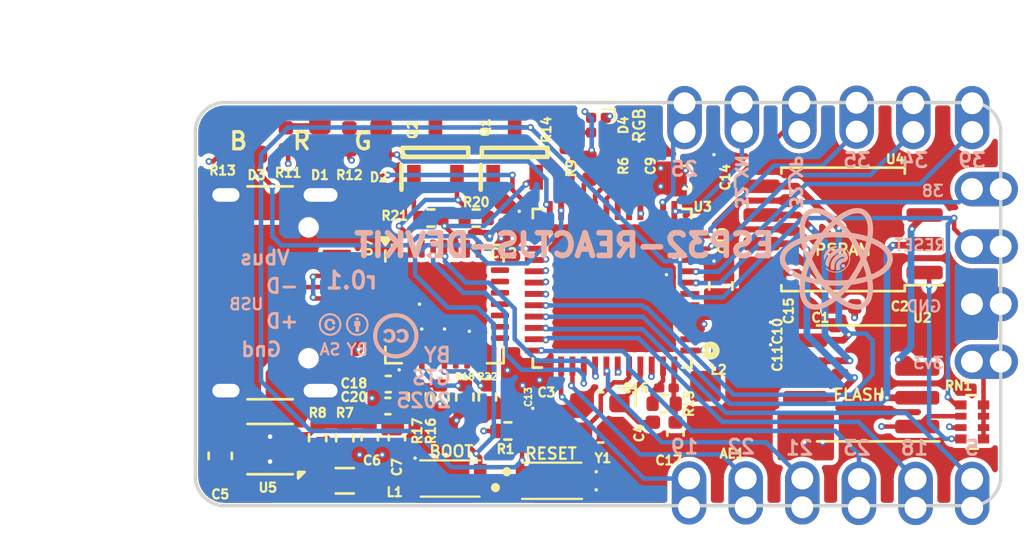
<source format=kicad_pcb>
(kicad_pcb (version 20240108) (generator "pcbnew") (generator_version "8.0")
  (title_block (title "Obsidian Boa") (date "2020-07-07") (rev "r0.1") (company "GsD") (comment 1 "Inspired by 1BitSquared iceBitsy design") (comment 3 "© 2020 Greg Davill <greg.davill@gmail.com>") (comment 4 "License: CC BY-SA 4.0"))
  (layers (0 "F.Cu" signal) (1 "In1.Cu" signal) (2 "In2.Cu" signal) (31 "B.Cu" signal) (34 "B.Paste" user) (35 "F.Paste" user) (36 "B.SilkS" user "B.Silkscreen") (37 "F.SilkS" user "F.Silkscreen") (38 "B.Mask" user) (39 "F.Mask" user) (44 "Edge.Cuts" user))
  (net 0 "")
  (net 1 "+3V3")
  (net 2 "GND")
  (net 3 "/USB_N")
  (net 4 "/USB_P")
  (net 5 "VBUS")
  (net 6 "/~{RGB0}")
  (net 7 "/~{RGB1}")
  (net 8 "/~{RGB2}")
  (net 9 "/SPI_~{HLD}-IO3")
  (net 10 "/SPI_~{WP}-IO2")
  (net 11 "/RAM_~{CS}")
  (net 12 "/~{CRESET}")
  (net 13 "Net-(AE1-A)")
  (net 14 "/U0RXD")
  (net 15 "/U0TXD")
  (net 16 "/SPI_COPI-IO0")
  (net 17 "/SPI_CIPO-IO1")
  (net 18 "Net-(D1-A)")
  (net 19 "Net-(D2-A)")
  (net 20 "Net-(D3-A)")
  (net 21 "Net-(D4-GK)")
  (net 22 "Net-(D4-BK)")
  (net 23 "/~{LEDR}")
  (net 24 "/~{LEDG}")
  (net 25 "/GPIO11-~{LEDB}")
  (net 26 "/GPIO0-BOOT")
  (net 27 "/GPIO38")
  (net 28 "/GPIO35")
  (net 29 "/GPIO39")
  (net 30 "Net-(D4-RK)")
  (net 31 "/SBU1")
  (net 32 "/SBU2")
  (net 33 "/GPIO34")
  (net 34 "Net-(U3-XTAL_N)")
  (net 35 "Net-(U3-XTAL_P)")
  (net 36 "Net-(U3-LNA_IN)")
  (net 37 "Net-(U3-CAP1)")
  (net 38 "Net-(U3-CAP2)")
  (net 39 "/RTS")
  (net 40 "Net-(Q1-B)")
  (net 41 "Net-(Q2-B)")
  (net 42 "/DTR")
  (net 43 "Net-(U7-VBUS)")
  (net 44 "Net-(U7-~{RST})")
  (net 45 "Net-(U7-~{SUSPEND})")
  (net 46 "/DSR")
  (net 48 "/CTS")
  (net 64 "Net-(U5-FB)")
  (net 65 "Net-(U5-SW)")
  (net 66 "/SPI_SCK")
  (net 67 "/SPI_~{CS}")
  (net 70 "/GPIO25")
  (net 71 "Net-(P16-Pin_1)")
  (net 72 "Net-(P17-Pin_1)")
  (net 73 "/GPIO21")
  (net 74 "/GPIO22")
  (net 75 "/GPIO19")
  (net 76 "/GPIO23")
  (net 77 "/GPIO18-DAC_2")
  (net 78 "/GPIO5")
  (footprint "CP2102:EVPBB2A9B000" (layer "F.Cu") (at 111.5 107.7 180)
    (property "Reference" "SW1" (hide yes))
    (property "Value" "TACT" (hide yes))
  )
  (footprint "pkl_pin_headers:Pin_Header_Straight_Round_1x01_Castellated" (layer "F.Cu") (at 134.29 100 90)
    (property "Reference" "P25" (hide yes))
    (property "Value" "GND" (hide yes))
  )
  (footprint "pkl_pin_headers:Pin_Header_Straight_Round_1x01_Castellated" (layer "F.Cu") (at 134.29 102.54 90)
    (property "Reference" "P28" (hide yes))
    (property "Value" "3V3" (hide yes))
  )
  (footprint "pkl_pin_headers:Pin_Header_Straight_Round_1x01_Castellated" (layer "F.Cu") (at 129.3 107.7215)
    (property "Reference" "P7" (hide yes))
    (property "Value" "7" (hide yes))
  )
  (footprint "pkl_pin_headers:Pin_Header_Straight_Round_1x01_Castellated" (layer "F.Cu") (at 129.2 92.38 180)
    (property "Reference" "P18" (hide yes))
    (property "Value" "18" (hide yes))
  )
  (footprint "pkl_pin_headers:Pin_Header_Straight_Round_1x01_Castellated" (layer "F.Cu") (at 124.13 92.38 180)
    (property "Reference" "P17" (hide yes))
    (property "Value" "17" (hide yes))
  )
  (footprint "pkl_pin_headers:Pin_Header_Straight_Round_1x01_Castellated" (layer "F.Cu") (at 121.6 92.4 180)
    (property "Reference" "P15" (hide yes))
    (property "Value" "15" (hide yes))
  )
  (footprint "pkl_pin_headers:Pin_Header_Straight_Round_1x01_Castellated" (layer "F.Cu") (at 126.8 107.7)
    (property "Reference" "P12" (hide yes))
    (property "Value" "12" (hide yes))
  )
  (footprint "pkl_pin_headers:Pin_Header_Straight_Round_1x01_Castellated" (layer "F.Cu") (at 134.3 92.4 180)
    (property "Reference" "P14" (hide yes))
    (property "Value" "14" (hide yes))
  )
  (footprint "pkl_pin_headers:Pin_Header_Straight_Round_1x01_Castellated" (layer "F.Cu") (at 131.7 92.4 180)
    (property "Reference" "P13" (hide yes))
    (property "Value" "13" (hide yes))
  )
  (footprint "pkl_pin_headers:Pin_Header_Straight_Round_1x01_Castellated" (layer "F.Cu") (at 134.3 107.7215)
    (property "Reference" "P9" (hide yes))
    (property "Value" "9" (hide yes))
  )
  (footprint "pkl_pin_headers:Pin_Header_Straight_Round_1x01_Castellated" (layer "F.Cu") (at 131.8 107.7215)
    (property "Reference" "P8" (hide yes))
    (property "Value" "8" (hide yes))
  )
  (footprint "obsidian-boa:LED_0603_1608Metric_Compact" (layer "F.Cu") (at 102.7 92.8 90)
    (property "Reference" "D3")
    (property "Value" "BLU" (hide yes))
  )
  (footprint "obsidian-boa:LED_0603_1608Metric_Compact" (layer "F.Cu") (at 105.5 92.7 90)
    (property "Reference" "D1")
    (property "Value" "RED" (hide yes))
  )
  (footprint "Capacitor_SMD:C_0402_1005Metric" (layer "F.Cu") (at 119.5 94 90)
    (property "Reference" "C9")
    (property "Value" "100n" (hide yes))
  )
  (footprint "obsidian-boa:LED_0603_1608Metric_Compact" (layer "F.Cu") (at 108.2 92.8 90)
    (property "Reference" "D2")
    (property "Value" "GRN" (hide yes))
  )
  (footprint "pkl_pin_headers:Pin_Header_Straight_Round_1x01_Castellated" (layer "F.Cu") (at 134.29 97.46 90)
    (property "Reference" "P31" (hide yes))
    (property "Value" "CRESET" (hide yes))
  )
  (footprint "pkl_pin_headers:Pin_Header_Straight_Round_1x01_Castellated" (layer "F.Cu") (at 134.29 94.92 90)
    (property "Reference" "P30" (hide yes))
    (property "Value" "CDONE" (hide yes))
  )
  (footprint "pkl_pin_headers:Pin_Header_Straight_Round_1x01_Castellated" (layer "F.Cu") (at 124.3 107.7)
    (property "Reference" "P11" (hide yes))
    (property "Value" "11" (hide yes))
  )
  (footprint "pkl_pin_headers:Pin_Header_Straight_Round_1x01_Castellated" (layer "F.Cu") (at 121.8 107.7)
    (property "Reference" "P10" (hide yes))
    (property "Value" "10" (hide yes))
  )
  (footprint "pkl_pin_headers:Pin_Header_Straight_Round_1x01_Castellated" (layer "F.Cu") (at 126.67 92.38 180)
    (property "Reference" "P16" (hide yes))
    (property "Value" "16" (hide yes))
  )
  (footprint "pkl_connectors:USB_C_Receptacle_HRO_TYPE-C-31-M-12" (layer "F.Cu") (at 102.4 99.5 -90)
    (property "Reference" "J1" (hide yes))
    (property "Value" "USB_C" (hide yes))
  )
  (footprint "Capacitor_SMD:C_0603_1608Metric" (layer "F.Cu") (at 123.2 99.2 90)
    (property "Reference" "C19")
    (property "Value" "10u" (hide yes))
  )
  (footprint "Resistor_SMD:R_0402_1005Metric" (layer "F.Cu") (at 101.2 92.8 -90)
    (property "Reference" "R13")
    (property "Value" "2k2" (hide yes))
  )
  (footprint "Resistor_SMD:R_0402_1005Metric" (layer "F.Cu") (at 104 92.7 -90)
    (property "Reference" "R11")
    (property "Value" "330E" (hide yes))
  )
  (footprint "Resistor_SMD:R_0402_1005Metric" (layer "F.Cu") (at 106.8 92.7 -90)
    (property "Reference" "R12")
    (property "Value" "330E" (hide yes))
  )
  (footprint "Resistor_SMD:R_0402_1005Metric" (layer "F.Cu") (at 111.6 105.6 180)
    (property "Reference" "R10" (hide yes))
    (property "Value" "10k" (hide yes))
  )
  (footprint "Capacitor_SMD:C_0402_1005Metric" (layer "F.Cu") (at 113.8 96.2 90)
    (property "Reference" "C12")
    (property "Value" "100n" (hide yes))
  )
  (footprint "LED_SMD:LED_Lumex_SML-LX0303SIUPGUSB" (layer "F.Cu") (at 117.8 92.1 -90)
    (property "Reference" "D4")
    (property "Value" "FM-B2020RGBA-HG" (hide yes))
  )
  (footprint "Package_DFN_QFN:QFN-28-1EP_5x5mm_P0.5mm_EP3.35x3.35mm" (layer "F.Cu") (at 111 100)
    (property "Reference" "U7")
    (property "Value" "CP2102N-Axx-xQFN28")
  )
  (footprint "Resistor_SMD:R_0402_1005Metric" (layer "F.Cu") (at 113.8 105.6 180)
    (property "Reference" "R1")
    (property "Value" "10k")
  )
  (footprint "Package_SON:WSON-6-1EP_2x2mm_P0.65mm_EP1x1.6mm_ThermalVias" (layer "F.Cu") (at 103.3 106.4 180)
    (property "Reference" "U5")
    (property "Value" "TPS62290")
  )
  (footprint "Capacitor_SMD:C_0402_1005Metric" (layer "F.Cu") (at 115.5 105.1 -90)
    (property "Reference" "C3")
    (property "Value" "18pF" (hide yes))
  )
  (footprint "Package_SO:SOIC-8_5.23x5.23mm_P1.27mm" (layer "F.Cu") (at 128.6 96.7 180)
    (property "Reference" "U4")
    (property "Value" "W25Q128JV" (hide yes))
  )
  (footprint "Resistor_SMD:R_0402_1005Metric" (layer "F.Cu") (at 110.8 104.1 -90)
    (property "Reference" "R16")
    (property "Value" "22.1K")
  )
  (footprint "Resistor_SMD:R_0402_1005Metric" (layer "F.Cu") (at 110.4 96.2)
    (property "Reference" "R21")
    (property "Value" "10K")
  )
  (footprint "Capacitor_SMD:C_0603_1608Metric" (layer "F.Cu") (at 121.7 94.4)
    (property "Reference" "C14")
    (property "Value" "10u" (hide yes))
  )
  (footprint "Resistor_SMD:R_Array_Convex_4x0402" (layer "F.Cu") (at 134.3 105.2)
    (property "Reference" "RN1")
    (property "Value" "10k")
  )
  (footprint "SS8050:SOT95P240X115-3N" (layer "F.Cu") (at 114.1 93.3 90)
    (property "Reference" "Q1")
    (property "Value" "SS8050-G" (hide yes))
  )
  (footprint "Inductor_SMD:L_0402_1005Metric" (layer "F.Cu") (at 123.1 101.7 -90)
    (property "Reference" "L2")
    (property "Value" "TBD" (hide yes))
  )
  (footprint "Capacitor_SMD:C_0402_1005Metric" (layer "F.Cu") (at 124.6 102.2)
    (property "Reference" "C11")
    (property "Value" "TBD" (hide yes))
  )
  (footprint "Capacitor_SMD:C_0402_1005Metric" (layer "F.Cu") (at 108.5 104.5)
    (property "Reference" "C20")
    (property "Value" "4.7uF")
  )
  (footprint "CP2102:EVPBB2A9B000" (layer "F.Cu") (at 115.5 107.8)
    (property "Reference" "SW2" (hide yes))
    (property "Value" "TACT" (hide yes))
  )
  (footprint "Resistor_SMD:R_0402_1005Metric" (layer "F.Cu") (at 116.4 92.6 90)
    (property "Reference" "R14")
    (property "Value" "2k2" (hide yes))
  )
  (footprint "Capacitor_SMD:C_0402_1005Metric" (layer "F.Cu") (at 120.2 105.7 90)
    (property "Reference" "C4")
    (property "Value" "18pF" (hide yes))
  )
  (footprint "Resistor_SMD:R_0402_1005Metric" (layer "F.Cu") (at 105.4 105.9 -90)
    (property "Reference" "R8")
    (property "Value" "100k")
  )
  (footprint "Resistor_SMD:R_0402_1005Metric" (layer "F.Cu") (at 112.9 104.1 90)
    (property "Reference" "R22")
    (property "Value" "10K")
  )
  (footprint "Capacitor_SMD:C_0402_1005Metric" (layer "F.Cu") (at 129.6 100.1)
    (property "Reference" "C2")
    (property "Value" "2.2uF" (hide yes))
  )
  (footprint "Resistor_SMD:R_0402_1005Metric" (layer "F.Cu") (at 118.3 94 90)
    (property "Reference" "R6")
    (property "Value" "2k2" (hide yes))
  )
  (footprint "Resistor_SMD:R_0402_1005Metric" (layer "F.Cu") (at 117.4 94 90)
    (property "Reference" "R9")
    (property "Value" "2k2" (hide yes))
  )
  (footprint "Capacitor_SMD:C_0402_1005Metric" (layer "F.Cu") (at 127.6 100.1 180)
    (property "Reference" "C1")
    (property "Value" "2.2uF" (hide yes))
  )
  (footprint "Capacitor_SMD:C_0402_1005Metric" (layer "F.Cu") (at 124.6 101.2)
    (property "Reference" "C10")
    (property "Value" "TBD" (hide yes))
  )
  (footprint "Crystal:Crystal_SMD_Abracon_ABM10-4Pin_2.5x2.0mm" (layer "F.Cu") (at 117.9 105 -90)
    (property "Reference" "Y1")
    (property "Value" "40MHz" (hide yes))
  )
  (footprint "Capacitor_SMD:C_0402_1005Metric" (layer "F.Cu") (at 108.52 103.53)
    (property "Reference" "C18")
    (property "Value" "0.1uF")
  )
  (footprint "Capacitor_SMD:C_0402_1005Metric" (layer "F.Cu") (at 125 100.2)
    (property "Reference" "C15")
    (property "Value" "100n" (hide yes))
  )
  (footprint "Resistor_SMD:R_0402_1005Metric" (layer "F.Cu") (at 109.8 104.1 90)
    (property "Reference" "R17")
    (property "Value" "47.5K")
  )
  (footprint "Capacitor_SMD:C_0402_1005Metric" (layer "F.Cu") (at 121.2 105.7 90)
    (property "Reference" "C17")
    (property "Value" "10nF")
  )
  (footprint "SS8050:SOT95P240X115-3N" (layer "F.Cu") (at 110.6 93.3 90)
    (property "Reference" "Q2")
    (property "Value" "SS8050-G" (hide yes))
  )
  (footprint "obsidian-boa:0479480001" (layer "F.Cu") (at 123.6 104.7 180)
    (property "Reference" "AE1")
    (property "Value" "Antenna" (hide yes))
  )
  (footprint "Capacitor_SMD:C_0402_1005Metric" (layer "F.Cu") (at 107.7 105.9 90)
    (property "Reference" "C6")
    (property "Value" "22pF")
  )
  (footprint "Inductor_SMD:L_0805_2012Metric" (layer "F.Cu") (at 106.6 107.8)
    (property "Reference" "L1")
    (property "Value" "2.2uH")
  )
  (footprint "Resistor_SMD:R_0402_1005Metric" (layer "F.Cu") (at 111.9 104.1 -90)
    (property "Reference" "R18")
    (property "Value" "2K")
  )
  (footprint "ESP32-D0WD:QFN48P700X700X90-49N" (layer "F.Cu") (at 118.4 99.3 180)
    (property "Reference" "U3")
    (property "Value" "ESP32-D0WD")
  )
  (footprint "Package_SO:SOIC-8_3.9x4.9mm_P1.27mm" (layer "F.Cu") (at 129.4 103.5 180)
    (property "Reference" "U2")
    (property "Value" "LY68L6400SLIT" (hide yes))
  )
  (footprint "Capacitor_SMD:C_0402_1005Metric" (layer "F.Cu") (at 114 104 -90)
    (property "Reference" "C13")
    (property "Value" "100n" (hide yes))
  )
  (footprint "Capacitor_SMD:C_0603_1608Metric" (layer "F.Cu") (at 101.1 106.7 -90)
    (property "Reference" "C5")
    (property "Value" "10u")
  )
  (footprint "Resistor_SMD:R_0402_1005Metric" (layer "F.Cu") (at 106.6 105.9 90)
    (property "Reference" "R7")
    (property "Value" "453k")
  )
  (footprint "Resistor_SMD:R_0402_1005Metric" (layer "F.Cu") (at 120.7 104.4 180)
    (property "Reference" "R15")
    (property "Value" "20K")
  )
  (footprint "Capacitor_SMD:C_0201_0603Metric" (layer "F.Cu") (at 120.8 103.7)
    (property "Reference" "C16")
    (property "Value" "3.3nF")
  )
  (footprint "Resistor_SMD:R_0402_1005Metric" (layer "F.Cu") (at 112.4 96.2 180)
    (property "Reference" "R20")
    (property "Value" "10K")
  )
  (footprint "Capacitor_SMD:C_0402_1005Metric" (layer "F.Cu") (at 108.9 105.9 90)
    (property "Reference" "C7")
    (property "Value" "2.2uF")
  )
  (footprint "pkl_logos:Symbol_CC_SilkScreen_2mm" (layer "B.Cu") (at 108.85 101.4 180)
    (property "Reference" "REF**" (hide yes))
    (property "Value" "Symbol_CC_SilkScreen_2mm" (hide yes))
  )
  (footprint "pkl_logos:Symbol_CC-SA_SilkScreen_1mm" (layer "B.Cu") (at 105.95 100.9 180)
    (property "Reference" "REF**" (hide yes))
    (property "Value" "Symbol_CC-SA_SilkScreen_1mm" (hide yes))
  )
  (footprint "pkl_logos:Symbol_CC-BY_SilkScreen_1mm" (layer "B.Cu") (at 107.15 100.9 180)
    (property "Reference" "REF**" (hide yes))
    (property "Value" "Symbol_CC-BY_SilkScreen_1mm" (hide yes))
  )
  (footprint "ESP32-D0WD:Logo" (layer "B.Cu") (at 128.3 98 180)
    (property "Reference" "G***" (hide yes))
    (property "Value" "LOGO" (hide yes))
  )
  (gr_line (start 101.3 91.1) (end 134.26 91.1) (stroke (width 0.15)) (layer "Edge.Cuts"))
  (gr_line (start 135.56 92.4) (end 135.56 107.6) (stroke (width 0.15)) (layer "Edge.Cuts"))
  (gr_line (start 100 107.6) (end 100 92.4) (stroke (width 0.15)) (layer "Edge.Cuts"))
  (gr_line (start 134.26 108.9) (end 101.3 108.9) (stroke (width 0.15)) (layer "Edge.Cuts"))
  (gr_arc (start 135.56 107.6) (mid 135.179239 108.519239) (end 134.26 108.9) (stroke (width 0.15)) (layer "Edge.Cuts"))
  (gr_arc (start 100 92.4) (mid 100.380761 91.480761) (end 101.3 91.1) (stroke (width 0.15)) (layer "Edge.Cuts"))
  (gr_arc (start 101.3 108.9) (mid 100.380761 108.519239) (end 100 107.6) (stroke (width 0.15)) (layer "Edge.Cuts"))
  (gr_arc (start 134.26 91.1) (mid 135.179239 91.480761) (end 135.56 92.4) (stroke (width 0.15)) (layer "Edge.Cuts"))
  (gr_text "SA" (at 105.95 102 0) (layer "B.SilkS") (effects (font (size 0.5 0.5) (thickness 0.1)) (justify mirror)))
  (gr_text "3v3" (at 133.1 102.6 0) (layer "B.SilkS") (effects (font (size 0.5 0.5) (thickness 0.1)) (justify left mirror)))
  (gr_text "RESET" (at 133.2 97.4 0) (layer "B.SilkS") (effects (font (size 0.5 0.5) (thickness 0.1)) (justify left mirror)))
  (gr_text "GND" (at 133 100.1 0) (layer "B.SilkS") (effects (font (size 0.5 0.5) (thickness 0.1)) (justify left mirror)))
  (gr_text "USB" (at 102.25 100 0) (layer "B.SilkS") (effects (font (size 0.5 0.5) (thickness 0.1)) (justify mirror)))
  (gr_text "BY\nGTS\n2025" (at 111.35 103.25 0) (layer "B.SilkS") (effects (font (size 0.625 0.625) (thickness 0.125)) (justify left mirror)))
  (gr_text "Vbus" (at 101.9 97.95 0) (layer "B.SilkS") (effects (font (size 0.625 0.625) (thickness 0.125)) (justify right mirror)))
  (gr_text "39" (at 134.29 93.65 0) (layer "B.SilkS") (effects (font (size 0.625 0.625) (thickness 0.125)) (justify mirror)))
  (gr_text "34" (at 131.75 93.65 0) (layer "B.SilkS") (effects (font (size 0.625 0.625) (thickness 0.125)) (justify mirror)))
  (gr_text "Gnd" (at 101.95 102 0) (layer "B.SilkS") (effects (font (size 0.625 0.625) (thickness 0.125)) (justify right mirror)))
  (gr_text "35" (at 129.21 93.65 0) (layer "B.SilkS") (effects (font (size 0.625 0.625) (thickness 0.125)) (justify mirror)))
  (gr_text "38" (at 133.1 95 0) (layer "B.SilkS") (effects (font (size 0.5 0.5) (thickness 0.1)) (justify left mirror)))
  (gr_text "-D" (at 103.05 99.2 0) (layer "B.SilkS") (effects (font (size 0.625 0.625) (thickness 0.125)) (justify right mirror)))
  (gr_text "32_XP" (at 126.5 94.6 270) (layer "B.SilkS") (effects (font (size 0.5 0.5) (thickness 0.125)) (justify mirror)))
  (gr_text "18" (at 131.75 106.35 0) (layer "B.SilkS") (effects (font (size 0.625 0.625) (thickness 0.125)) (justify mirror)))
  (gr_text "21" (at 126.67 106.35 0) (layer "B.SilkS") (effects (font (size 0.625 0.625) (thickness 0.125)) (justify mirror)))
  (gr_text "+D" (at 103.05 100.75 0) (layer "B.SilkS") (effects (font (size 0.625 0.625) (thickness 0.125)) (justify right mirror)))
  (gr_text "5" (at 134.29 106.35 0) (layer "B.SilkS") (effects (font (size 0.625 0.625) (thickness 0.125)) (justify mirror)))
  (gr_text "25" (at 121.59 94.031 0) (layer "B.SilkS") (effects (font (size 0.625 0.625) (thickness 0.125)) (justify mirror)))
  (gr_text "23" (at 129.21 106.35 0) (layer "B.SilkS") (effects (font (size 0.625 0.625) (thickness 0.125)) (justify mirror)))
  (gr_text "32_XN" (at 124.1 94.6 270) (layer "B.SilkS") (effects (font (size 0.5 0.5) (thickness 0.125)) (justify mirror)))
  (gr_text "ESP32-REACTJS-DEVKIT" (at 116.3 97.4 0) (layer "B.SilkS") (effects (font (size 1 1) (thickness 0.25)) (justify mirror)))
  (gr_text "r0.1" (at 106.9 98.95 0) (layer "B.SilkS") (effects (font (size 0.75 0.75)) (justify mirror)))
  (gr_text "BY" (at 107.15 102 0) (layer "B.SilkS") (effects (font (size 0.5 0.5) (thickness 0.1)) (justify mirror)))
  (gr_text "19" (at 121.6 106.3 0) (layer "B.SilkS") (effects (font (size 0.625 0.625) (thickness 0.125)) (justify mirror)))
  (gr_text "22" (at 124.1 106.3 0) (layer "B.SilkS") (effects (font (size 0.625 0.625) (thickness 0.125)) (justify mirror)))
  (gr_text "G" (at 107.4 92.8 0) (layer "F.SilkS") (effects (font (size 0.75 0.75))))
  (gr_text "R" (at 104.7 92.8 0) (layer "F.SilkS") (effects (font (size 0.75 0.75))))
  (gr_text "RGB" (at 119.6 92.1 90) (layer "F.SilkS") (effects (font (size 0.5 0.5) (thickness 0.1))))
  (gr_text "PSRAM" (at 128.6 97.6 0) (layer "F.SilkS") (effects (font (size 0.5 0.5) (thickness 0.1))))
  (gr_text "FLASH" (at 129.3 104 0) (layer "F.SilkS") (effects (font (size 0.5 0.5) (thickness 0.1))))
  (gr_text "BOOT" (at 111.3 106.5 0) (layer "F.SilkS") (effects (font (size 0.5 0.5) (thickness 0.1))))
  (gr_text "RESET" (at 115.7 106.6 0) (layer "F.SilkS") (effects (font (size 0.5 0.5) (thickness 0.1))))
  (gr_text "B" (at 101.9 92.8 0) (layer "F.SilkS") (effects (font (size 0.75 0.75))))
  (segment (start 134.8 102.665) (end 134.8 105.85) (width 0.2) (layer "F.Cu") (net 1))
  (segment (start 127.43 99.43) (end 126.605 98.605) (width 0.3) (layer "F.Cu") (net 1))
  (segment (start 134.8 105.85) (end 134.7 105.95) (width 0.2) (layer "F.Cu") (net 1))
  (segment (start 104.1 93.8) (end 104.1 93.285) (width 0.2) (layer "F.Cu") (net 1))
  (segment (start 126.3 98.6) (end 126.295 98.605) (width 0.3) (layer "F.Cu") (net 1))
  (segment (start 118.225 91.775) (end 118.3 91.7) (width 0.2) (layer "F.Cu") (net 1))
  (segment (start 129.115 100.1) (end 129.115 100.585) (width 0.3) (layer "F.Cu") (net 1))
  (segment (start 118.15 95.35) (end 118.42 95.08) (width 0.2) (layer "F.Cu") (net 1))
  (segment (start 122.6375 100.55) (end 121.835 100.55) (width 0.2) (layer "F.Cu") (net 1))
  (segment (start 118.905 95.08) (end 119.5 94.485) (width 0.2) (layer "F.Cu") (net 1))
  (segment (start 134.925 102.54) (end 134.8 102.665) (width 0.2) (layer "F.Cu") (net 1))
  (segment (start 128.085 100.1) (end 128.085 100.04234) (width 0.3) (layer "F.Cu") (net 1))
  (segment (start 118.65 102.980002) (end 118.669998 103) (width 0.2) (layer "F.Cu") (net 1))
  (segment (start 129.115 100.585) (end 129.1 100.6) (width 0.3) (layer "F.Cu") (net 1))
  (segment (start 113.29 105.6) (end 112.73 105.6) (width 0.2) (layer "F.Cu") (net 1))
  (segment (start 127.47266 99.43) (end 127.43 99.43) (width 0.3) (layer "F.Cu") (net 1))
  (segment (start 126.295 98.605) (end 125 98.605) (width 0.3) (layer "F.Cu") (net 1))
  (segment (start 122.43 102.027919) (end 122.407919 102.05) (width 0.2) (layer "F.Cu") (net 1))
  (segment (start 122.407919 102.05) (end 121.835 102.05) (width 0.2) (layer "F.Cu") (net 1))
  (segment (start 126.305 98.605) (end 126.3 98.6) (width 0.3) (layer "F.Cu") (net 1))
  (segment (start 126.605 98.605) (end 126.305 98.605) (width 0.3) (layer "F.Cu") (net 1))
  (segment (start 106.8 93.185) (end 106.8 93.55) (width 0.2) (layer "F.Cu") (net 1))
  (segment (start 120.15 102.735) (end 120.15 103.18462) (width 0.2) (layer "F.Cu") (net 1))
  (segment (start 120.15 103.18462) (end 120.135509 103.199111) (width 0.2) (layer "F.Cu") (net 1))
  (segment (start 104.1 93.285) (end 104 93.185) (width 0.2) (layer "F.Cu") (net 1))
  (segment (start 118.65 102.735) (end 118.65 102.980002) (width 0.2) (layer "F.Cu") (net 1))
  (segment (start 123.2 99.9875) (end 122.6375 100.55) (width 0.2) (layer "F.Cu") (net 1))
  (segment (start 118.15 95.865) (end 118.15 95.35) (width 0.2) (layer "F.Cu") (net 1))
  (segment (start 100.785 93.7) (end 101.2 93.285) (width 0.2) (layer "F.Cu") (net 1))
  (segment (start 106.8 93.55) (end 106.9 93.65) (width 0.2) (layer "F.Cu") (net 1))
  (segment (start 128.085 100.04234) (end 127.47266 99.43) (width 0.3) (layer "F.Cu") (net 1))
  (segment (start 100.6 93.7) (end 100.785 93.7) (width 0.2) (layer "F.Cu") (net 1))
  (segment (start 118.42 95.08) (end 118.905 95.08) (width 0.2) (layer "F.Cu") (net 1))
  (segment (start 118.125 91.775) (end 118.225 91.775) (width 0.2) (layer "F.Cu") (net 1))
  (segment (start 128.085 100.1) (end 129.115 100.1) (width 0.3) (layer "F.Cu") (net 1))
  (via (at 107.25 106.65) (size 0.3) (drill 0.15) (layers "F.Cu" "B.Cu") (net 1))
  (via (at 114.453524 103.589921) (size 0.3) (drill 0.15) (layers "F.Cu" "B.Cu") (net 1))
  (via (at 126.3 98.6) (size 0.3) (drill 0.15) (layers "F.Cu" "B.Cu") (net 1))
  (via (at 100.6 93.7) (size 0.3) (drill 0.15) (layers "F.Cu" "B.Cu") (net 1))
  (via (at 106.9 93.65) (size 0.3) (drill 0.15) (layers "F.Cu" "B.Cu") (net 1))
  (via (at 108.25 106.65) (size 0.3) (drill 0.15) (layers "F.Cu" "B.Cu") (net 1))
  (via (at 115.202294 103.35) (size 0.3) (drill 0.15) (layers "F.Cu" "B.Cu") (net 1))
  (via (at 107.8 104.15) (size 0.3) (drill 0.15) (layers "F.Cu" "B.Cu") (net 1))
  (via (at 122.46306 100.881297) (size 0.3) (drill 0.15) (layers "F.Cu" "B.Cu") (net 1))
  (via (at 121.65 94.1) (size 0.3) (drill 0.15) (layers "F.Cu" "B.Cu") (net 1))
  (via (at 113.781801 102.918199) (size 0.3) (drill 0.15) (layers "F.Cu" "B.Cu") (net 1))
  (via (at 114 97.1) (size 0.3) (drill 0.15) (layers "F.Cu" "B.Cu") (net 1))
  (via (at 120.135509 103.199111) (size 0.3) (drill 0.15) (layers "F.Cu" "B.Cu") (net 1))
  (via (at 112.73 105.6) (size 0.3) (drill 0.15) (layers "F.Cu" "B.Cu") (net 1))
  (via (at 127.7 106.1) (size 0.3) (drill 0.15) (layers "F.Cu" "B.Cu") (net 1))
  (via (at 111.535729 105.133314) (size 0.3) (drill 0.15) (layers "F.Cu" "B.Cu") (net 1))
  (via (at 126.9 106.1) (size 0.3) (drill 0.15) (layers "F.Cu" "B.Cu") (net 1))
  (via (at 113.5 97.1) (size 0.3) (drill 0.15) (layers "F.Cu" "B.Cu") (net 1))
  (via (at 104.1 93.8) (size 0.3) (drill 0.15) (layers "F.Cu" "B.Cu") (net 1))
  (via (at 129.1 100.6) (size 0.3) (drill 0.15) (layers "F.Cu" "B.Cu") (net 1))
  (via (at 118.669998 103) (size 0.3) (drill 0.15) (layers "F.Cu" "B.Cu") (net 1))
  (via (at 120.55 94.8) (size 0.3) (drill 0.15) (layers "F.Cu" "B.Cu") (net 1))
  (via (at 120.55 94) (size 0.3) (drill 0.15) (layers "F.Cu" "B.Cu") (net 1))
  (via (at 118.3 91.7) (size 0.3) (drill 0.15) (layers "F.Cu" "B.Cu") (net 1))
  (via (at 121.604211 94.859392) (size 0.3) (drill 0.15) (layers "F.Cu" "B.Cu") (net 1))
  (via (at 122.43 102.027919) (size 0.3) (drill 0.15) (layers "F.Cu" "B.Cu") (net 1))
  (via (at 113 97) (size 0.3) (drill 0.15) (layers "F.Cu" "B.Cu") (net 2))
  (via (at 117.7 107.4) (size 0.3) (drill 0.15) (layers "F.Cu" "B.Cu") (net 2))
  (via (at 110 101.1) (size 0.3) (drill 0.15) (layers "F.Cu" "B.Cu") (net 2))
  (via (at 117.7 108.2) (size 0.3) (drill 0.15) (layers "F.Cu" "B.Cu") (net 2))
  (via (at 112.1 101.2) (size 0.3) (drill 0.15) (layers "F.Cu" "B.Cu") (net 2))
  (via (at 111 101.1) (size 0.3) (drill 0.15) (layers "F.Cu" "B.Cu") (net 2))
  (via (at 114.9 104.6) (size 0.3) (drill 0.15) (layers "F.Cu" "B.Cu") (net 2))
  (via (at 109.9 100) (size 0.3) (drill 0.15) (layers "F.Cu" "B.Cu") (net 2))
  (via (at 119.6 92.8) (size 0.3) (drill 0.15) (layers "F.Cu" "B.Cu") (net 2))
  (via (at 109 102.9) (size 0.3) (drill 0.15) (layers "F.Cu" "B.Cu") (net 2))
  (via (at 125.4 101.8) (size 0.3) (drill 0.15) (layers "F.Cu" "B.Cu") (net 2))
  (via (at 109.7 106.8) (size 0.3) (drill 0.15) (layers "F.Cu" "B.Cu") (net 2))
  (via (at 120.8 98.7) (size 0.3) (drill 0.15) (layers "F.Cu" "B.Cu") (net 2))
  (via (at 125.4 100.8) (size 0.3) (drill 0.15) (layers "F.Cu" "B.Cu") (net 2))
  (via (at 122.9 98.1) (size 0.3) (drill 0.15) (layers "F.Cu" "B.Cu") (net 2))
  (via (at 122.9 93.4) (size 0.3) (drill 0.15) (layers "F.Cu" "B.Cu") (net 2))
  (via (at 114.3 95.9) (size 0.3) (drill 0.15) (layers "F.Cu" "B.Cu") (net 2))
  (segment (start 106.245 99.75) (end 105.25 99.75) (width 0.2) (layer "F.Cu") (net 3))
  (segment (start 105.249986 98.75) (end 105.2 98.799986) (width 0.2) (layer "F.Cu") (net 3))
  (segment (start 107.65241 100.5) (end 108.55 100.5) (width 0.2) (layer "F.Cu") (net 3))
  (segment (start 106.90241 99.75) (end 107.65241 100.5) (width 0.2) (layer "F.Cu") (net 3))
  (segment (start 105.25 99.75) (end 105.2 99.7) (width 0.2) (layer "F.Cu") (net 3))
  (segment (start 106.245 99.75) (end 106.90241 99.75) (width 0.2) (layer "F.Cu") (net 3))
  (segment (start 106.245 98.75) (end 105.249986 98.75) (width 0.2) (layer "F.Cu") (net 3))
  (via (at 105.2 99.7) (size 0.3) (drill 0.15) (layers "F.Cu" "B.Cu") (net 3))
  (via (at 105.2 98.799986) (size 0.3) (drill 0.15) (layers "F.Cu" "B.Cu") (net 3))
  (segment (start 105.2 99.7) (end 105.2 98.799986) (width 0.2) (layer "B.Cu") (net 3))
  (segment (start 107.718096 100) (end 108.55 100) (width 0.2) (layer "F.Cu") (net 4))
  (segment (start 106.245 99.25) (end 106.968096 99.25) (width 0.2) (layer "F.Cu") (net 4))
  (segment (start 106.245 100.25) (end 104.85 100.25) (width 0.2) (layer "F.Cu") (net 4))
  (segment (start 104.85 100.25) (end 104.6 100) (width 0.2) (layer "F.Cu") (net 4))
  (segment (start 106.968096 99.25) (end 107.718096 100) (width 0.2) (layer "F.Cu") (net 4))
  (segment (start 104.6 100) (end 104.6 99.45) (width 0.2) (layer "F.Cu") (net 4))
  (segment (start 104.6 99.45) (end 104.8 99.25) (width 0.2) (layer "F.Cu") (net 4))
  (segment (start 104.8 99.25) (end 106.245 99.25) (width 0.2) (layer "F.Cu") (net 4))
  (segment (start 110.8 104.61) (end 110.8 104.4) (width 0.2) (layer "F.Cu") (net 5))
  (segment (start 106.295 102) (end 106.245 101.95) (width 0.2) (layer "F.Cu") (net 5))
  (segment (start 107.2 102) (end 106.295 102) (width 0.2) (layer "F.Cu") (net 5))
  (via (at 110.8 104.4) (size 0.3) (drill 0.15) (layers "F.Cu" "B.Cu") (net 5))
  (via (at 107.2 102) (size 0.3) (drill 0.15) (layers "F.Cu" "B.Cu") (net 5))
  (segment (start 117.65 95.191948) (end 118.3 94.541948) (width 0.2) (layer "F.Cu") (net 6))
  (segment (start 118.3 94.541948) (end 118.3 94.485) (width 0.2) (layer "F.Cu") (net 6))
  (segment (start 117.65 95.865) (end 117.65 95.191948) (width 0.2) (layer "F.Cu") (net 6))
  (segment (start 117.15 95.865) (end 117.15 94.735) (width 0.2) (layer "F.Cu") (net 7))
  (segment (start 117.15 94.735) (end 117.4 94.485) (width 0.2) (layer "F.Cu") (net 7))
  (segment (start 116.65 95.865) (end 116.65 93.335) (width 0.2) (layer "F.Cu") (net 8))
  (segment (start 116.65 93.335) (end 116.4 93.085) (width 0.2) (layer "F.Cu") (net 8))
  (segment (start 128.224777 104.135) (end 129.109777 103.25) (width 0.3) (layer "F.Cu") (net 9))
  (segment (start 125 97.335) (end 126.735 97.335) (width 0.3) (layer "F.Cu") (net 9))
  (segment (start 126.735 97.335) (end 127 97.6) (width 0.3) (layer "F.Cu") (net 9))
  (segment (start 114.965 98.55) (end 115.443232 98.55) (width 0.2) (layer "F.Cu") (net 9))
  (segment (start 126.925 104.135) (end 128.224777 104.135) (width 0.3) (layer "F.Cu") (net 9))
  (segment (start 115.443232 98.55) (end 115.474999 98.518233) (width 0.2) (layer "F.Cu") (net 9))
  (via (at 115.474999 98.518233) (size 0.3) (drill 0.15) (layers "F.Cu" "B.Cu") (net 9))
  (via (at 129.109777 103.25) (size 0.3) (drill 0.15) (layers "F.Cu" "B.Cu") (net 9))
  (via (at 127 97.6) (size 0.3) (drill 0.15) (layers "F.Cu" "B.Cu") (net 9))
  (segment (start 128.886396 103.25) (end 129.109777 103.25) (width 0.3) (layer "B.Cu") (net 9))
  (segment (start 127 97.6) (end 127 101.363604) (width 0.3) (layer "B.Cu") (net 9))
  (segment (start 127 101.363604) (end 128.886396 103.25) (width 0.3) (layer "B.Cu") (net 9))
  (segment (start 114.965 98.05) (end 115.443229 98.05) (width 0.2) (layer "F.Cu") (net 10))
  (segment (start 131.644735 96.620265) (end 132.2 96.065) (width 0.3) (layer "F.Cu") (net 10))
  (segment (start 131.875 102.865) (end 131.454699 102.444699) (width 0.3) (layer "F.Cu") (net 10))
  (segment (start 131.644735 96.685001) (end 131.644735 96.620265) (width 0.3) (layer "F.Cu") (net 10))
  (segment (start 131.454699 102.444699) (end 131.034998 102.444699) (width 0.3) (layer "F.Cu") (net 10))
  (segment (start 115.443229 98.05) (end 115.474999 98.01823) (width 0.2) (layer "F.Cu") (net 10))
  (via (at 131.644735 96.685001) (size 0.3) (drill 0.15) (layers "F.Cu" "B.Cu") (net 10))
  (via (at 131.034998 102.444699) (size 0.3) (drill 0.15) (layers "F.Cu" "B.Cu") (net 10))
  (via (at 115.474999 98.01823) (size 0.3) (drill 0.15) (layers "F.Cu" "B.Cu") (net 10))
  (segment (start 131.644735 96.685001) (end 131.6 96.729736) (width 0.3) (layer "B.Cu") (net 10))
  (segment (start 131.6 96.729736) (end 131.6 101.879697) (width 0.3) (layer "B.Cu") (net 10))
  (segment (start 131.6 101.879697) (end 131.034998 102.444699) (width 0.3) (layer "B.Cu") (net 10))
  (segment (start 130.305 105.405) (end 130.3 105.4) (width 0.2) (layer "F.Cu") (net 11))
  (segment (start 119.65 95.980002) (end 119.669998 96) (width 0.2) (layer "F.Cu") (net 11))
  (segment (start 131.875 105.405) (end 130.305 105.405) (width 0.2) (layer "F.Cu") (net 11))
  (segment (start 131.875 105.405) (end 132.33 104.95) (width 0.2) (layer "F.Cu") (net 11))
  (segment (start 132.33 104.95) (end 133.8 104.95) (width 0.2) (layer "F.Cu") (net 11))
  (segment (start 119.65 95.865) (end 119.65 95.980002) (width 0.2) (layer "F.Cu") (net 11))
  (via (at 119.669998 96) (size 0.3) (drill 0.15) (layers "F.Cu" "B.Cu") (net 11))
  (via (at 130.3 105.4) (size 0.3) (drill 0.15) (layers "F.Cu" "B.Cu") (net 11))
  (segment (start 121.418995 98.05) (end 121.398612 98.029617) (width 0.2) (layer "F.Cu") (net 12))
  (segment (start 133.8 104.45) (end 133.578 104.45) (width 0.2) (layer "F.Cu") (net 12))
  (segment (start 133.578 104.45) (end 133.228 104.1) (width 0.2) (layer "F.Cu") (net 12))
  (segment (start 114.425 106.9) (end 114.425 105.715) (width 0.2) (layer "F.Cu") (net 12))
  (segment (start 114.8 92.2) (end 114.1 92.2) (width 0.2) (layer "F.Cu") (net 12))
  (segment (start 133.500004 96.670004) (end 133.500004 96.200004) (width 0.2) (layer "F.Cu") (net 12))
  (segment (start 134.29 97.46) (end 133.500004 96.670004) (width 0.2) (layer "F.Cu") (net 12))
  (segment (start 114.425 105.715) (end 114.31 105.6) (width 0.2) (layer "F.Cu") (net 12))
  (segment (start 114.425 108.175) (end 114.425 107.425) (width 0.2) (layer "F.Cu") (net 12))
  (segment (start 121.835 98.05) (end 121.418995 98.05) (width 0.2) (layer "F.Cu") (net 12))
  (segment (start 114.425 107.425) (end 114.425 106.9) (width 0.2) (layer "F.Cu") (net 12))
  (via (at 114.8 92.2) (size 0.3) (drill 0.15) (layers "F.Cu" "B.Cu") (net 12))
  (via (at 133.228 104.1) (size 0.3) (drill 0.15) (layers "F.Cu" "B.Cu") (net 12))
  (via (at 121.398612 98.029617) (size 0.3) (drill 0.15) (layers "F.Cu" "B.Cu") (net 12))
  (via (at 133.500004 96.200004) (size 0.3) (drill 0.15) (layers "F.Cu" "B.Cu") (net 12))
  (via (at 114.425 106.9) (size 0.3) (drill 0.15) (layers "F.Cu" "B.Cu") (net 12))
  (segment (start 122 99.7) (end 123.3 99.7) (width 0.2) (layer "B.Cu") (net 12))
  (segment (start 111.3 107.2) (end 114.125 107.2) (width 0.2) (layer "B.Cu") (net 12))
  (segment (start 133.228 104.128) (end 133.228 104.1) (width 0.2) (layer "B.Cu") (net 12))
  (segment (start 121.398612 99.098612) (end 122 99.7) (width 0.2) (layer "B.Cu") (net 12))
  (segment (start 120.7 98.1) (end 114.8 92.2) (width 0.2) (layer "B.Cu") (net 12))
  (segment (start 102.9 103.4) (end 105.1 105.6) (width 0.2) (layer "B.Cu") (net 12))
  (segment (start 114.8 92.2) (end 104.1 92.2) (width 0.2) (layer "B.Cu") (net 12))
  (segment (start 102.9 93.4) (end 102.9 103.4) (width 0.2) (layer "B.Cu") (net 12))
  (segment (start 104.1 92.2) (end 102.9 93.4) (width 0.2) (layer "B.Cu") (net 12))
  (segment (start 126.799996 96.200004) (end 133.500004 96.200004) (width 0.2) (layer "B.Cu") (net 12))
  (segment (start 114.125 107.2) (end 114.425 106.9) (width 0.2) (layer "B.Cu") (net 12))
  (segment (start 123.3 99.7) (end 126.799996 96.200004) (width 0.2) (layer "B.Cu") (net 12))
  (segment (start 109.7 105.6) (end 111.3 107.2) (width 0.2) (layer "B.Cu") (net 12))
  (segment (start 133.228 96.472008) (end 133.228 104.128) (width 0.2) (layer "B.Cu") (net 12))
  (segment (start 121.398612 98.029617) (end 121.328229 98.1) (width 0.2) (layer "B.Cu") (net 12))
  (segment (start 121.398612 98.029617) (end 121.398612 99.098612) (width 0.2) (layer "B.Cu") (net 12))
  (segment (start 105.1 105.6) (end 109.7 105.6) (width 0.2) (layer "B.Cu") (net 12))
  (segment (start 121.328229 98.1) (end 120.7 98.1) (width 0.2) (layer "B.Cu") (net 12))
  (segment (start 133.500004 96.200004) (end 133.228 96.472008) (width 0.2) (layer "B.Cu") (net 12))
  (segment (start 123.1 102.185) (end 124.1 102.185) (width 0.2) (layer "F.Cu") (net 13))
  (segment (start 122.953553 103.196447) (end 122.525 103.625) (width 0.2) (layer "F.Cu") (net 13))
  (segment (start 123.1 102.185) (end 123.1 102.842893) (width 0.2) (layer "F.Cu") (net 13))
  (segment (start 124.1 102.185) (end 124.115 102.2) (width 0.2) (layer "F.Cu") (net 13))
  (arc (start 123.1 102.842893) (mid 123.06194 103.034235) (end 122.953553 103.196447) (width 0.2) (layer "F.Cu") (net 13))
  (segment (start 110.5 97.55) (end 110.5 97.85) (width 0.2) (layer "F.Cu") (net 14))
  (segment (start 117.15 102.735) (end 117.15 103.496895) (width 0.2) (layer "F.Cu") (net 14))
  (segment (start 117.15 103.496895) (end 117.149996 103.496899) (width 0.2) (layer "F.Cu") (net 14))
  (via (at 117.149996 103.496899) (size 0.3) (drill 0.15) (layers "F.Cu" "B.Cu") (net 14))
  (via (at 110.5 97.85) (size 0.3) (drill 0.15) (layers "F.Cu" "B.Cu") (net 14))
  (segment (start 113.7 100.4) (end 113.7 102.2) (width 0.2) (layer "B.Cu") (net 14))
  (segment (start 116.9 102.9) (end 117.149996 103.149996) (width 0.2) (layer "B.Cu") (net 14))
  (segment (start 113.7 102.2) (end 114.4 102.9) (width 0.2) (layer "B.Cu") (net 14))
  (segment (start 111.834314 99.5) (end 112.8 99.5) (width 0.2) (layer "B.Cu") (net 14))
  (segment (start 117.149996 103.149996) (end 117.149996 103.496899) (width 0.2) (layer "B.Cu") (net 14))
  (segment (start 110.5 98.165686) (end 111.834314 99.5) (width 0.2) (layer "B.Cu") (net 14))
  (segment (start 112.8 99.5) (end 113.7 100.4) (width 0.2) (layer "B.Cu") (net 14))
  (segment (start 114.4 102.9) (end 116.9 102.9) (width 0.2) (layer "B.Cu") (net 14))
  (segment (start 110.5 97.85) (end 110.5 98.165686) (width 0.2) (layer "B.Cu") (net 14))
  (segment (start 117.65 103.165352) (end 117.669958 103.18531) (width 0.2) (layer "F.Cu") (net 15))
  (segment (start 111 97.55) (end 111 97.866573) (width 0.2) (layer "F.Cu") (net 15))
  (segment (start 111 97.866573) (end 111.025001 97.891574) (width 0.2) (layer "F.Cu") (net 15))
  (segment (start 117.65 102.735) (end 117.65 103.165352) (width 0.2) (layer "F.Cu") (net 15))
  (via (at 117.669958 103.18531) (size 0.3) (drill 0.15) (layers "F.Cu" "B.Cu") (net 15))
  (via (at 111.025001 97.891574) (size 0.3) (drill 0.15) (layers "F.Cu" "B.Cu") (net 15))
  (segment (start 111.95 99.05) (end 112.95 99.05) (width 0.2) (layer "B.Cu") (net 15))
  (segment (start 117.669958 102.877634) (end 117.669958 103.18531) (width 0.2) (layer "B.Cu") (net 15))
  (segment (start 117.292324 102.5) (end 117.669958 102.877634) (width 0.2) (layer "B.Cu") (net 15))
  (segment (start 111.025001 97.891574) (end 111.025001 98.125001) (width 0.2) (layer "B.Cu") (net 15))
  (segment (start 114.1 101.537086) (end 115.062914 102.5) (width 0.2) (layer "B.Cu") (net 15))
  (segment (start 111.025001 98.125001) (end 111.95 99.05) (width 0.2) (layer "B.Cu") (net 15))
  (segment (start 114.1 100.2) (end 114.1 101.537086) (width 0.2) (layer "B.Cu") (net 15))
  (segment (start 115.062914 102.5) (end 117.292324 102.5) (width 0.2) (layer "B.Cu") (net 15))
  (segment (start 112.95 99.05) (end 114.1 100.2) (width 0.2) (layer "B.Cu") (net 15))
  (segment (start 128.605 101.595) (end 128.853554 101.346446) (width 0.3) (layer "F.Cu") (net 16))
  (segment (start 126.925 101.595) (end 128.605 101.595) (width 0.3) (layer "F.Cu") (net 16))
  (segment (start 115.466609 100.05) (end 115.474988 100.058379) (width 0.2) (layer "F.Cu") (net 16))
  (segment (start 125 94.795) (end 126.556748 94.795) (width 0.3) (layer "F.Cu") (net 16))
  (segment (start 114.965 100.05) (end 115.466609 100.05) (width 0.2) (layer "F.Cu") (net 16))
  (segment (start 126.556748 94.795) (end 128.411748 96.65) (width 0.3) (layer "F.Cu") (net 16))
  (via (at 128.411748 96.65) (size 0.3) (drill 0.15) (layers "F.Cu" "B.Cu") (net 16))
  (via (at 115.474988 100.058379) (size 0.3) (drill 0.15) (layers "F.Cu" "B.Cu") (net 16))
  (via (at 128.853554 101.346446) (size 0.3) (drill 0.15) (layers "F.Cu" "B.Cu") (net 16))
  (segment (start 128.411748 96.65) (end 128.411748 100.90464) (width 0.3) (layer "B.Cu") (net 16))
  (segment (start 129 104) (end 129.9 103.1) (width 0.2) (layer "B.Cu") (net 16))
  (segment (start 129.9 103.1) (end 129.9 101.6) (width 0.2) (layer "B.Cu") (net 16))
  (segment (start 128.411748 100.90464) (end 128.853554 101.346446) (width 0.3) (layer "B.Cu") (net 16))
  (segment (start 123.765686 104) (end 129 104) (width 0.2) (layer "B.Cu") (net 16))
  (segment (start 119.824067 100.158381) (end 119.924067 100.158381) (width 0.2) (layer "B.Cu") (net 16))
  (segment (start 115.474988 100.058379) (end 119.724065 100.058379) (width 0.2) (layer "B.Cu") (net 16))
  (segment (start 128.9 101.3) (end 128.853554 101.346446) (width 0.2) (layer "B.Cu") (net 16))
  (segment (start 129.9 101.6) (end 129.6 101.3) (width 0.2) (layer "B.Cu") (net 16))
  (segment (start 129.6 101.3) (end 128.9 101.3) (width 0.2) (layer "B.Cu") (net 16))
  (segment (start 119.924067 100.158381) (end 123.765686 104) (width 0.2) (layer "B.Cu") (net 16))
  (segment (start 119.724065 100.058379) (end 119.824067 100.158381) (width 0.2) (layer "B.Cu") (net 16))
  (segment (start 115.466843 100.55) (end 115.475224 100.558381) (width 0.2) (layer "F.Cu") (net 17))
  (segment (start 130.535 104.135) (end 130.534998 104.134998) (width 0.3) (layer "F.Cu") (net 17))
  (segment (start 131.875 104.135) (end 130.535 104.135) (width 0.3) (layer "F.Cu") (net 17))
  (segment (start 130.8 97.4) (end 132.135 97.4) (width 0.3) (layer "F.Cu") (net 17))
  (segment (start 114.965 100.55) (end 115.466843 100.55) (width 0.2) (layer "F.Cu") (net 17))
  (segment (start 132.135 97.4) (end 132.2 97.335) (width 0.3) (layer "F.Cu") (net 17))
  (via (at 130.8 97.4) (size 0.3) (drill 0.15) (layers "F.Cu" "B.Cu") (net 17))
  (via (at 130.534998 104.134998) (size 0.3) (drill 0.15) (layers "F.Cu" "B.Cu") (net 17))
  (via (at 115.475224 100.558381) (size 0.3) (drill 0.15) (layers "F.Cu" "B.Cu") (net 17))
  (segment (start 119.758381 100.558381) (end 123.6 104.4) (width 0.2) (layer "B.Cu") (net 17))
  (segment (start 115.475224 100.558381) (end 119.758381 100.558381) (width 0.2) (layer "B.Cu") (net 17))
  (segment (start 123.6 104.4) (end 130.269996 104.4) (width 0.2) (layer "B.Cu") (net 17))
  (segment (start 130.8 97.4) (end 130.534998 97.665002) (width 0.3) (layer "B.Cu") (net 17))
  (segment (start 130.534998 97.665002) (end 130.534998 104.134998) (width 0.3) (layer "B.Cu") (net 17))
  (segment (start 130.269996 104.4) (end 130.534998 104.134998) (width 0.2) (layer "B.Cu") (net 17))
  (segment (start 105.5 92.1125) (end 104.1025 92.1125) (width 0.2) (layer "F.Cu") (net 18))
  (segment (start 104.1025 92.1125) (end 104 92.215) (width 0.2) (layer "F.Cu") (net 18))
  (segment (start 108.2 92.2125) (end 106.8025 92.2125) (width 0.2) (layer "F.Cu") (net 19))
  (segment (start 106.8025 92.2125) (end 106.8 92.215) (width 0.2) (layer "F.Cu") (net 19))
  (segment (start 102.7 92.2125) (end 101.3025 92.2125) (width 0.2) (layer "F.Cu") (net 20))
  (segment (start 101.3025 92.2125) (end 101.2 92.315) (width 0.2) (layer "F.Cu") (net 20))
  (segment (start 117.2 91.5) (end 117.475 91.775) (width 0.2) (layer "F.Cu") (net 21))
  (segment (start 117.4 93.3) (end 117.5 93.2) (width 0.2) (layer "F.Cu") (net 21))
  (segment (start 117.4 93.515) (end 117.4 93.3) (width 0.2) (layer "F.Cu") (net 21))
  (via (at 117.2 91.5) (size 0.3) (drill 0.15) (layers "F.Cu" "B.Cu") (net 21))
  (via (at 117.5 93.2) (size 0.3) (drill 0.15) (layers "F.Cu" "B.Cu") (net 21))
  (segment (start 117.5 91.8) (end 117.2 91.5) (width 0.2) (layer "B.Cu") (net 21))
  (segment (start 117.5 93.2) (end 117.5 91.8) (width 0.2) (layer "B.Cu") (net 21))
  (segment (start 116.4 92.115) (end 116.71 92.425) (width 0.2) (layer "F.Cu") (net 22))
  (segment (start 116.71 92.425) (end 117.475 92.425) (width 0.2) (layer "F.Cu") (net 22))
  (segment (start 114 94.4) (end 114 94.3) (width 0.2) (layer "F.Cu") (net 23))
  (segment (start 114.965 96.064999) (end 114.964994 96.065005) (width 0.2) (layer "F.Cu") (net 23))
  (segment (start 106.5125 94.3) (end 108.500004 94.3) (width 0.2) (layer "F.Cu") (net 23))
  (segment (start 114.964994 95.923046) (end 114 94.958052) (width 0.2) (layer "F.Cu") (net 23))
  (segment (start 114.965 96.065) (end 114.965 96.064999) (width 0.2) (layer "F.Cu") (net 23))
  (segment (start 105.5 93.2875) (end 106.5125 94.3) (width 0.2) (layer "F.Cu") (net 23))
  (segment (start 114.964994 96.065012) (end 114.964994 95.923046) (width 0.2) (layer "F.Cu") (net 23))
  (segment (start 114 94.958052) (end 114 94.4) (width 0.2) (layer "F.Cu") (net 23))
  (segment (start 114.964994 96.065005) (end 114.964994 96.065012) (width 0.2) (layer "F.Cu") (net 23))
  (segment (start 114.965 96.55) (end 114.965 96.064999) (width 0.2) (layer "F.Cu") (net 23))
  (via (at 114 94.3) (size 0.3) (drill 0.15) (layers "F.Cu" "B.Cu") (net 23))
  (via (at 108.500004 94.3) (size 0.3) (drill 0.15) (layers "F.Cu" "B.Cu") (net 23))
  (segment (start 114 94.3) (end 108.500004 94.3) (width 0.2) (layer "B.Cu") (net 23))
  (segment (start 115.65 95.865) (end 115.65 95.75) (width 0.2) (layer "F.Cu") (net 24))
  (segment (start 115.65 95.75) (end 115.5 95.6) (width 0.2) (layer "F.Cu") (net 24))
  (segment (start 108.2125 93.4) (end 108.2 93.3875) (width 0.2) (layer "F.Cu") (net 24))
  (segment (start 108.9 93.4) (end 108.2125 93.4) (width 0.2) (layer "F.Cu") (net 24))
  (via (at 115.5 95.6) (size 0.3) (drill 0.15) (layers "F.Cu" "B.Cu") (net 24))
  (via (at 108.9 93.4) (size 0.3) (drill 0.15) (layers "F.Cu" "B.Cu") (net 24))
  (segment (start 115.5 94.5) (end 114.7 93.7) (width 0.2) (layer "B.Cu") (net 24))
  (segment (start 115.5 95.6) (end 115.5 94.5) (width 0.2) (layer "B.Cu") (net 24))
  (segment (start 109.2 93.7) (end 108.9 93.4) (width 0.2) (layer "B.Cu") (net 24))
  (segment (start 114.7 93.7) (end 109.2 93.7) (width 0.2) (layer "B.Cu") (net 24))
  (segment (start 114.600486 97.55) (end 114.6 97.549514) (width 0.2) (layer "F.Cu") (net 25))
  (segment (start 102.7 93.3875) (end 102.7 94.1) (width 0.2) (layer "F.Cu") (net 25))
  (segment (start 114.965 97.55) (end 114.600486 97.55) (width 0.2) (layer "F.Cu") (net 25))
  (segment (start 102.7 94.1) (end 103.4 94.8) (width 0.2) (layer "F.Cu") (net 25))
  (via (at 114.6 97.549514) (size 0.3) (drill 0.15) (layers "F.Cu" "B.Cu") (net 25))
  (via (at 103.4 94.8) (size 0.3) (drill 0.15) (layers "F.Cu" "B.Cu") (net 25))
  (segment (start 109.434315 97.4) (end 103.8 97.4) (width 0.2) (layer "B.Cu") (net 25))
  (segment (start 112.8152 97.549514) (end 112.265686 97) (width 0.2) (layer "B.Cu") (net 25))
  (segment (start 103.8 97.4) (end 103.4 97) (width 0.2) (layer "B.Cu") (net 25))
  (segment (start 114.6 97.549514) (end 112.8152 97.549514) (width 0.2) (layer "B.Cu") (net 25))
  (segment (start 109.834315 97) (end 109.434315 97.4) (width 0.2) (layer "B.Cu") (net 25))
  (segment (start 103.4 97) (end 103.4 94.8) (width 0.2) (layer "B.Cu") (net 25))
  (segment (start 112.265686 97) (end 109.834315 97) (width 0.2) (layer "B.Cu") (net 25))
  (segment (start 110.6 92.2) (end 110.6 92.8) (width 0.2) (layer "F.Cu") (net 26))
  (segment (start 115.258052 93.2) (end 116.15 94.091948) (width 0.2) (layer "F.Cu") (net 26))
  (segment (start 112.575 107.325) (end 112.575 106.775) (width 0.2) (layer "F.Cu") (net 26))
  (segment (start 116.15 94.091948) (end 116.15 95.865) (width 0.2) (layer "F.Cu") (net 26))
  (segment (start 112.4 106.6) (end 112.085 106.285) (width 0.2) (layer "F.Cu") (net 26))
  (segment (start 111 93.2) (end 115.258052 93.2) (width 0.2) (layer "F.Cu") (net 26))
  (segment (start 112.575 106.775) (end 112.4 106.6) (width 0.2) (layer "F.Cu") (net 26))
  (segment (start 112.085 106.285) (end 112.085 105.6) (width 0.2) (layer "F.Cu") (net 26))
  (segment (start 112.575 107.325) (end 112.575 108.075) (width 0.2) (layer "F.Cu") (net 26))
  (segment (start 110.6 92.8) (end 111 93.2) (width 0.2) (layer "F.Cu") (net 26))
  (via (at 116.15 95.865) (size 0.3) (drill 0.15) (layers "F.Cu" "B.Cu") (net 26))
  (via (at 112.4 106.6) (size 0.3) (drill 0.15) (layers "F.Cu" "B.Cu") (net 26))
  (segment (start 109.7 97.9) (end 110.2 97.4) (width 0.2) (layer "B.Cu") (net 26))
  (segment (start 111.15 100.15) (end 109.7 98.7) (width 0.2) (layer "B.Cu") (net 26))
  (segment (start 112.45 100.15) (end 111.15 100.15) (width 0.2) (layer "B.Cu") (net 26))
  (segment (start 113.18 105.82) (end 113.18 100.88) (width 0.2) (layer "B.Cu") (net 26))
  (segment (start 114.656832 98.2) (end 116.15 96.706832) (width 0.2) (layer "B.Cu") (net 26))
  (segment (start 112.4 106.6) (end 113.18 105.82) (width 0.2) (layer "B.Cu") (net 26))
  (segment (start 112.9 98.2) (end 114.656832 98.2) (width 0.2) (layer "B.Cu") (net 26))
  (segment (start 116.15 96.706832) (end 116.15 95.865) (width 0.2) (layer "B.Cu") (net 26))
  (segment (start 110.2 97.4) (end 112.1 97.4) (width 0.2) (layer "B.Cu") (net 26))
  (segment (start 113.18 100.88) (end 112.45 100.15) (width 0.2) (layer "B.Cu") (net 26))
  (segment (start 112.1 97.4) (end 112.9 98.2) (width 0.2) (layer "B.Cu") (net 26))
  (segment (start 109.7 98.7) (end 109.7 97.9) (width 0.2) (layer "B.Cu") (net 26))
  (segment (start 122.080002 99.05) (end 122.1 99.069998) (width 0.2) (layer "F.Cu") (net 27))
  (segment (start 121.835 99.05) (end 122.080002 99.05) (width 0.2) (layer "F.Cu") (net 27))
  (via (at 122.1 99.069998) (size 0.3) (drill 0.15) (layers "F.Cu" "B.Cu") (net 27))
  (segment (start 122.1 99.069998) (end 123.164317 99.069998) (width 0.2) (layer "B.Cu") (net 27))
  (segment (start 123.164317 99.069998) (end 126.734315 95.5) (width 0.2) (layer "B.Cu") (net 27))
  (segment (start 133.71 95.5) (end 134.29 94.92) (width 0.2) (layer "B.Cu") (net 27))
  (segment (start 126.734315 95.5) (end 133.71 95.5) (width 0.2) (layer "B.Cu") (net 27))
  (segment (start 121.835 97.05) (end 121.885 97) (width 0.2) (layer "F.Cu") (net 28))
  (segment (start 121.885 97) (end 122.663602 97) (width 0.2) (layer "F.Cu") (net 28))
  (segment (start 122.663602 97) (end 122.744205 96.919397) (width 0.2) (layer "F.Cu") (net 28))
  (via (at 122.744205 96.919397) (size 0.3) (drill 0.15) (layers "F.Cu" "B.Cu") (net 28))
  (segment (start 129.2 92.38) (end 127.68 93.9) (width 0.2) (layer "B.Cu") (net 28))
  (segment (start 127.68 93.9) (end 125.531801 93.9) (width 0.2) (layer "B.Cu") (net 28))
  (segment (start 122.744205 96.687596) (end 122.744205 96.919397) (width 0.2) (layer "B.Cu") (net 28))
  (segment (start 125.531801 93.9) (end 122.744205 96.687596) (width 0.2) (layer "B.Cu") (net 28))
  (segment (start 122.080002 98.55) (end 122.1 98.569998) (width 0.2) (layer "F.Cu") (net 29))
  (segment (start 121.835 98.55) (end 122.080002 98.55) (width 0.2) (layer "F.Cu") (net 29))
  (via (at 122.1 98.569998) (size 0.3) (drill 0.15) (layers "F.Cu" "B.Cu") (net 29))
  (segment (start 132 94.7) (end 134.3 92.4) (width 0.2) (layer "B.Cu") (net 29))
  (segment (start 126.968629 94.7) (end 132 94.7) (width 0.2) (layer "B.Cu") (net 29))
  (segment (start 122.1 98.569998) (end 123.098631 98.569998) (width 0.2) (layer "B.Cu") (net 29))
  (segment (start 123.098631 98.569998) (end 126.968629 94.7) (width 0.2) (layer "B.Cu") (net 29))
  (segment (start 118.3 92.6) (end 118.125 92.425) (width 0.2) (layer "F.Cu") (net 30))
  (segment (start 118.3 93.515) (end 118.3 92.6) (width 0.2) (layer "F.Cu") (net 30))
  (segment (start 121.835 97.55) (end 122.679288 97.55) (width 0.2) (layer "F.Cu") (net 33))
  (segment (start 122.679288 97.55) (end 122.791472 97.437816) (width 0.2) (layer "F.Cu") (net 33))
  (via (at 122.791472 97.437816) (size 0.3) (drill 0.15) (layers "F.Cu" "B.Cu") (net 33))
  (segment (start 123.262184 97.437816) (end 122.791472 97.437816) (width 0.2) (layer "B.Cu") (net 33))
  (segment (start 131.7 92.4) (end 129.8 94.3) (width 0.2) (layer "B.Cu") (net 33))
  (segment (start 126.4 94.3) (end 123.262184 97.437816) (width 0.2) (layer "B.Cu") (net 33))
  (segment (start 129.8 94.3) (end 126.4 94.3) (width 0.2) (layer "B.Cu") (net 33))
  (segment (start 117.9 104.037352) (end 118.482352 103.455) (width 0.2) (layer "F.Cu") (net 34))
  (segment (start 115.5 105.585) (end 117.035 105.585) (width 0.2) (layer "F.Cu") (net 34))
  (segment (start 117.9 104.8) (end 117.9 104.037352) (width 0.2) (layer "F.Cu") (net 34))
  (segment (start 117.075 105.625) (end 117.9 104.8) (width 0.2) (layer "F.Cu") (net 34))
  (segment (start 118.945 103.455) (end 119.15 103.25) (width 0.2) (layer "F.Cu") (net 34))
  (segment (start 118.482352 103.455) (end 118.945 103.455) (width 0.2) (layer "F.Cu") (net 34))
  (segment (start 117.035 105.585) (end 117.075 105.625) (width 0.2) (layer "F.Cu") (net 34))
  (segment (start 119.15 103.25) (end 119.15 102.735) (width 0.2) (layer "F.Cu") (net 34))
  (segment (start 118.725 104.375) (end 119.65 103.45) (width 0.2) (layer "F.Cu") (net 35))
  (segment (start 119.565 105.215) (end 118.725 104.375) (width 0.2) (layer "F.Cu") (net 35))
  (segment (start 119.65 103.45) (end 119.65 102.735) (width 0.2) (layer "F.Cu") (net 35))
  (segment (start 120.2 105.215) (end 119.565 105.215) (width 0.2) (layer "F.Cu") (net 35))
  (segment (start 121.83552 101.54948) (end 122.76552 101.54948) (width 0.2) (layer "F.Cu") (net 36))
  (segment (start 122.76552 101.54948) (end 123.1 101.215) (width 0.2) (layer "F.Cu") (net 36))
  (segment (start 121.835 101.55) (end 121.83552 101.54948) (width 0.2) (layer "F.Cu") (net 36))
  (segment (start 123.1 101.215) (end 124.1 101.215) (width 0.2) (layer "F.Cu") (net 36))
  (segment (start 124.1 101.215) (end 124.115 101.2) (width 0.2) (layer "F.Cu") (net 36))
  (segment (start 121.15 102.735) (end 121.12 102.765) (width 0.2) (layer "F.Cu") (net 37))
  (segment (start 121.12 104.31) (end 121.31 104.5) (width 0.2) (layer "F.Cu") (net 37))
  (segment (start 121.12 102.765) (end 121.12 103.7) (width 0.2) (layer "F.Cu") (net 37))
  (segment (start 121.31 104.5) (end 121.2 104.61) (width 0.2) (layer "F.Cu") (net 37))
  (segment (start 121.2 104.61) (end 121.2 105.22) (width 0.2) (layer "F.Cu") (net 37))
  (segment (start 121.12 103.7) (end 121.12 104.31) (width 0.2) (layer "F.Cu") (net 37))
  (segment (start 120.19 103.845) (end 120.19 104.4) (width 0.2) (layer "F.Cu") (net 38))
  (segment (start 120.65 102.735) (end 120.65 103.385) (width 0.2) (layer "F.Cu") (net 38))
  (segment (start 120.65 103.385) (end 120.19 103.845) (width 0.2) (layer "F.Cu") (net 38))
  (segment (start 110.91 96.2) (end 110.91 96.454796) (width 0.2) (layer "F.Cu") (net 39))
  (segment (start 111.5 97.55) (end 111.5 97.044796) (width 0.2) (layer "F.Cu") (net 39))
  (segment (start 111.5 97.044796) (end 111.005204 96.55) (width 0.2) (layer "F.Cu") (net 39))
  (segment (start 114.700004 94.6) (end 114.600002 94.700002) (width 0.2) (layer "F.Cu") (net 39))
  (segment (start 110.91 96.454796) (end 111.005204 96.55) (width 0.2) (layer "F.Cu") (net 39))
  (segment (start 115.05 94.6) (end 114.700004 94.6) (width 0.2) (layer "F.Cu") (net 39))
  (via (at 111.005204 96.55) (size 0.3) (drill 0.15) (layers "F.Cu" "B.Cu") (net 39))
  (via (at 114.600002 94.700002) (size 0.3) (drill 0.15) (layers "F.Cu" "B.Cu") (net 39))
  (segment (start 114.600002 94.700002) (end 112.750004 96.55) (width 0.2) (layer "B.Cu") (net 39))
  (segment (start 112.750004 96.55) (end 111.005204 96.55) (width 0.2) (layer "B.Cu") (net 39))
  (segment (start 112.91 94.84) (end 113.15 94.6) (width 0.2) (layer "F.Cu") (net 40))
  (segment (start 112.91 96.2) (end 112.91 94.84) (width 0.2) (layer "F.Cu") (net 40))
  (segment (start 109.65 94.6) (end 109.65 95.96) (width 0.2) (layer "F.Cu") (net 41))
  (segment (start 109.65 95.96) (end 109.89 96.2) (width 0.2) (layer "F.Cu") (net 41))
  (segment (start 109.5 97.55) (end 109.5 97.05) (width 0.2) (layer "F.Cu") (net 42))
  (segment (start 109.5 97.05) (end 109 96.55) (width 0.2) (layer "F.Cu") (net 42))
  (segment (start 111.89 95.69) (end 111.6 95.4) (width 0.2) (layer "F.Cu") (net 42))
  (segment (start 111.6 95.4) (end 111.55 95.35) (width 0.2) (layer "F.Cu") (net 42))
  (segment (start 111.89 96.2) (end 111.89 95.69) (width 0.2) (layer "F.Cu") (net 42))
  (segment (start 111.55 95.35) (end 111.55 94.6) (width 0.2) (layer "F.Cu") (net 42))
  (via (at 109 96.55) (size 0.3) (drill 0.15) (layers "F.Cu" "B.Cu") (net 42))
  (via (at 111.6 95.4) (size 0.3) (drill 0.15) (layers "F.Cu" "B.Cu") (net 42))
  (segment (start 110.15 95.4) (end 109 96.55) (width 0.2) (layer "B.Cu") (net 42))
  (segment (start 111.6 95.4) (end 110.15 95.4) (width 0.2) (layer "B.Cu") (net 42))
  (segment (start 109.8 103.59) (end 109.8 103.393866) (width 0.2) (layer "F.Cu") (net 43))
  (segment (start 109.5 103.093866) (end 109.5 102.45) (width 0.2) (layer "F.Cu") (net 43))
  (segment (start 110.8 103.59) (end 109.8 103.59) (width 0.2) (layer "F.Cu") (net 43))
  (segment (start 109.8 103.393866) (end 109.5 103.093866) (width 0.2) (layer "F.Cu") (net 43))
  (segment (start 110.070268 102.977458) (end 110 102.90719) (width 0.2) (layer "F.Cu") (net 44))
  (segment (start 111.61 103.59) (end 111.6 103.6) (width 0.2) (layer "F.Cu") (net 44))
  (segment (start 110 102.90719) (end 110 102.45) (width 0.2) (layer "F.Cu") (net 44))
  (segment (start 111.9 103.59) (end 111.61 103.59) (width 0.2) (layer "F.Cu") (net 44))
  (via (at 111.6 103.6) (size 0.3) (drill 0.15) (layers "F.Cu" "B.Cu") (net 44))
  (via (at 110.070268 102.977458) (size 0.3) (drill 0.15) (layers "F.Cu" "B.Cu") (net 44))
  (segment (start 110.69281 103.6) (end 110.070268 102.977458) (width 0.2) (layer "B.Cu") (net 44))
  (segment (start 111.6 103.6) (end 110.69281 103.6) (width 0.2) (layer "B.Cu") (net 44))
  (segment (start 111.00016 102.45016) (end 111 102.45) (width 0.2) (layer "F.Cu") (net 45))
  (segment (start 112.61 103.59) (end 112.6 103.6) (width 0.2) (layer "F.Cu") (net 45))
  (segment (start 112.9 103.59) (end 112.61 103.59) (width 0.2) (layer "F.Cu") (net 45))
  (segment (start 111.00016 102.970004) (end 111.00016 102.45016) (width 0.2) (layer "F.Cu") (net 45))
  (via (at 112.6 103.6) (size 0.3) (drill 0.15) (layers "F.Cu" "B.Cu") (net 45))
  (via (at 111.00016 102.970004) (size 0.3) (drill 0.15) (layers "F.Cu" "B.Cu") (net 45))
  (segment (start 111.970004 102.970004) (end 111.00016 102.970004) (width 0.2) (layer "B.Cu") (net 45))
  (segment (start 112.6 103.6) (end 111.970004 102.970004) (width 0.2) (layer "B.Cu") (net 45))
  (segment (start 106.6 105.39) (end 107.67 105.39) (width 0.2) (layer "F.Cu") (net 64))
  (segment (start 105.04 105.75) (end 105.4 105.39) (width 0.2) (layer "F.Cu") (net 64))
  (segment (start 104.1875 105.75) (end 105.04 105.75) (width 0.2) (layer "F.Cu") (net 64))
  (segment (start 107.67 105.39) (end 107.7 105.42) (width 0.2) (layer "F.Cu") (net 64))
  (segment (start 105.4 105.39) (end 106.6 105.39) (width 0.2) (layer "F.Cu") (net 64))
  (segment (start 126.925 102.865) (end 127.289997 102.500003) (width 0.3) (layer "F.Cu") (net 66))
  (segment (start 114.965 99.55) (end 115.466622 99.55) (width 0.2) (layer "F.Cu") (net 66))
  (segment (start 125 96.065) (end 126.60558 96.065) (width 0.3) (layer "F.Cu") (net 66))
  (segment (start 133.330422 105.45) (end 133.293474 105.413052) (width 0.2) (layer "F.Cu") (net 66))
  (segment (start 133.8 105.45) (end 133.330422 105.45) (width 0.2) (layer "F.Cu") (net 66))
  (segment (start 115.466622 99.55) (end 115.474999 99.558377) (width 0.2) (layer "F.Cu") (net 66))
  (segment (start 127.289997 102.500003) (end 128.899997 102.500003) (width 0.3) (layer "F.Cu") (net 66))
  (segment (start 126.60558 96.065) (end 127.19058 96.65) (width 0.3) (layer "F.Cu") (net 66))
  (via (at 127.19058 96.65) (size 0.3) (drill 0.15) (layers "F.Cu" "B.Cu") (net 66))
  (via (at 128.899997 102.500003) (size 0.3) (drill 0.15) (layers "F.Cu" "B.Cu") (net 66))
  (via (at 115.474999 99.558377) (size 0.3) (drill 0.15) (layers "F.Cu" "B.Cu") (net 66))
  (via (at 133.293474 105.413052) (size 0.3) (drill 0.15) (layers "F.Cu" "B.Cu") (net 66))
  (segment (start 127.8 97.25942) (end 127.8 101.400006) (width 0.3) (layer "B.Cu") (net 66))
  (segment (start 127.19058 96.65) (end 127.8 97.25942) (width 0.3) (layer "B.Cu") (net 66))
  (segment (start 127.8 101.400006) (end 128.899997 102.500003) (width 0.3) (layer "B.Cu") (net 66))
  (segment (start 133.397221 105.95) (end 133.39246 105.945239) (width 0.2) (layer "F.Cu") (net 67))
  (segment (start 114.965 99.05) (end 115.443232 99.05) (width 0.2) (layer "F.Cu") (net 67))
  (segment (start 133.8 105.95) (end 133.397221 105.95) (width 0.2) (layer "F.Cu") (net 67))
  (segment (start 132.4 99.2) (end 132.4 98.805) (width 0.2) (layer "F.Cu") (net 67))
  (segment (start 132.4 98.805) (end 132.2 98.605) (width 0.2) (layer "F.Cu") (net 67))
  (segment (start 115.443232 99.05) (end 115.474999 99.018233) (width 0.2) (layer "F.Cu") (net 67))
  (via (at 132.4 99.2) (size 0.3) (drill 0.15) (layers "F.Cu" "B.Cu") (net 67))
  (via (at 133.39246 105.945239) (size 0.3) (drill 0.15) (layers "F.Cu" "B.Cu") (net 67))
  (via (at 115.474999 99.018233) (size 0.3) (drill 0.15) (layers "F.Cu" "B.Cu") (net 67))
  (segment (start 133.092612 105.945239) (end 132.4 105.252627) (width 0.2) (layer "B.Cu") (net 67))
  (segment (start 132.4 105.252627) (end 132.4 99.2) (width 0.2) (layer "B.Cu") (net 67))
  (segment (start 133.39246 105.945239) (end 133.092612 105.945239) (width 0.2) (layer "B.Cu") (net 67))
  (segment (start 120.65 95.865) (end 120.65 95.519998) (width 0.2) (layer "F.Cu") (net 70))
  (segment (start 120.65 95.519998) (end 120.630002 95.5) (width 0.2) (layer "F.Cu") (net 70))
  (via (at 120.630002 95.5) (size 0.3) (drill 0.15) (layers "F.Cu" "B.Cu") (net 70))
  (segment (start 121.1 92.9) (end 121.6 92.4) (width 0.2) (layer "B.Cu") (net 70))
  (segment (start 121.1 95.1) (end 121.1 92.9) (width 0.2) (layer "B.Cu") (net 70))
  (segment (start 120.7 95.5) (end 121.1 95.1) (width 0.2) (layer "B.Cu") (net 70))
  (segment (start 120.630002 95.5) (end 120.7 95.5) (width 0.2) (layer "B.Cu") (net 70))
  (segment (start 122.054448 96.3) (end 122.5 96.3) (width 0.2) (layer "F.Cu") (net 71))
  (segment (start 125.974448 92.38) (end 126.67 92.38) (width 0.2) (layer "F.Cu") (net 71))
  (segment (start 122.5 96.3) (end 123.9 94.9) (width 0.2) (layer "F.Cu") (net 71))
  (segment (start 123.9 94.9) (end 123.9 94.454448) (width 0.2) (layer "F.Cu") (net 71))
  (segment (start 123.9 94.454448) (end 125.974448 92.38) (width 0.2) (layer "F.Cu") (net 71))
  (segment (start 121.835 96.55) (end 121.835 96.519448) (width 0.2) (layer "F.Cu") (net 71))
  (segment (start 121.835 96.519448) (end 122.054448 96.3) (width 0.2) (layer "F.Cu") (net 71))
  (segment (start 121.15 95.865) (end 121.165 95.865) (width 0.2) (layer "F.Cu") (net 72))
  (segment (start 121.165 95.865) (end 121.2 95.9) (width 0.2) (layer "F.Cu") (net 72))
  (via (at 121.2 95.9) (size 0.3) (drill 0.15) (layers "F.Cu" "B.Cu") (net 72))
  (segment (start 122 95.9) (end 124.13 93.77) (width 0.2) (layer "B.Cu") (net 72))
  (segment (start 121.2 95.9) (end 122 95.9) (width 0.2) (layer "B.Cu") (net 72))
  (segment (start 124.13 93.77) (end 124.13 92.38) (width 0.2) (layer "B.Cu") (net 72))
  (segment (start 118.15 102.930002) (end 118.169998 102.95) (width 0.2) (layer "F.Cu") (net 73))
  (segment (start 118.15 102.735) (end 118.15 102.930002) (width 0.2) (layer "F.Cu") (net 73))
  (via (at 118.169998 102.95) (size 0.3) (drill 0.15) (layers "F.Cu" "B.Cu") (net 73))
  (segment (start 125.2 106.1) (end 120.6 106.1) (width 0.2) (layer "B.Cu") (net 73))
  (segment (start 120.6 106.1) (end 118.219998 103.719998) (width 0.2) (layer "B.Cu") (net 73))
  (segment (start 118.219998 103.719998) (end 118.219998 103) (width 0.2) (layer "B.Cu") (net 73))
  (segment (start 118.219998 103) (end 118.169998 102.95) (width 0.2) (layer "B.Cu") (net 73))
  (segment (start 126.8 107.7) (end 125.2 106.1) (width 0.2) (layer "B.Cu") (net 73))
  (segment (start 116.65 102.735) (end 116.65 103.55) (width 0.2) (layer "F.Cu") (net 74))
  (segment (start 116.65 103.55) (end 116.6 103.6) (width 0.2) (layer "F.Cu") (net 74))
  (via (at 116.6 103.6) (size 0.3) (drill 0.15) (layers "F.Cu" "B.Cu") (net 74))
  (segment (start 119.638 106.638) (end 123.238 106.638) (width 0.2) (layer "B.Cu") (net 74))
  (segment (start 116.6 103.6) (end 119.638 106.638) (width 0.2) (layer "B.Cu") (net 74))
  (segment (start 123.238 106.638) (end 124.3 107.7) (width 0.2) (layer "B.Cu") (net 74))
  (segment (start 116.15 104.05) (end 116.2 104.1) (width 0.2) (layer "F.Cu") (net 75))
  (segment (start 116.15 102.735) (end 116.15 104.05) (width 0.2) (layer "F.Cu") (net 75))
  (via (at 116.2 104.1) (size 0.3) (drill 0.15) (layers "F.Cu" "B.Cu") (net 75))
  (segment (start 116.2 104.1) (end 119.8 107.7) (width 0.2) (layer "B.Cu") (net 75))
  (segment (start 119.8 107.7) (end 121.8 107.7) (width 0.2) (layer "B.Cu") (net 75))
  (segment (start 114.965 102.05) (end 115.27466 102.05) (width 0.2) (layer "F.Cu") (net 76))
  (segment (start 115.27466 102.05) (end 115.280529 102.044131) (width 0.2) (layer "F.Cu") (net 76))
  (via (at 115.280529 102.044131) (size 0.3) (drill 0.15) (layers "F.Cu" "B.Cu") (net 76))
  (segment (start 121.9 105.6) (end 119.119998 102.819998) (width 0.2) (layer "B.Cu") (net 76))
  (segment (start 129.3 106.64387) (end 128.25613 105.6) (width 0.2) (layer "B.Cu") (net 76))
  (segment (start 115.30677 102.070372) (end 115.280529 102.044131) (width 0.2) (layer "B.Cu") (net 76))
  (segment (start 118.870372 102.070372) (end 115.30677 102.070372) (width 0.2) (layer "B.Cu") (net 76))
  (segment (start 128.25613 105.6) (end 121.9 105.6) (width 0.2) (layer "B.Cu") (net 76))
  (segment (start 129.3 107.7215) (end 129.3 106.64387) (width 0.2) (layer "B.Cu") (net 76))
  (segment (start 119.119998 102.819998) (end 119.119998 102.319998) (width 0.2) (layer "B.Cu") (net 76))
  (segment (start 119.119998 102.319998) (end 118.870372 102.070372) (width 0.2) (layer "B.Cu") (net 76))
  (segment (start 115.443232 101.55) (end 115.474999 101.581767) (width 0.2) (layer "F.Cu") (net 77))
  (segment (start 114.965 101.55) (end 115.443232 101.55) (width 0.2) (layer "F.Cu") (net 77))
  (via (at 115.474999 101.581767) (size 0.3) (drill 0.15) (layers "F.Cu" "B.Cu") (net 77))
  (segment (start 129.2785 105.2) (end 131.8 107.7215) (width 0.2) (layer "B.Cu") (net 77))
  (segment (start 115.556766 101.5) (end 119.568628 101.5) (width 0.2) (layer "B.Cu") (net 77))
  (segment (start 123.268628 105.2) (end 129.2785 105.2) (width 0.2) (layer "B.Cu") (net 77))
  (segment (start 115.474999 101.581767) (end 115.556766 101.5) (width 0.2) (layer "B.Cu") (net 77))
  (segment (start 119.568628 101.5) (end 123.268628 105.2) (width 0.2) (layer "B.Cu") (net 77))
  (segment (start 114.965 101.05) (end 114.973361 101.058361) (width 0.2) (layer "F.Cu") (net 78))
  (segment (start 114.973361 101.058361) (end 115.470423 101.058361) (width 0.2) (layer "F.Cu") (net 78))
  (via (at 115.470423 101.058361) (size 0.3) (drill 0.15) (layers "F.Cu" "B.Cu") (net 78))
  (segment (start 115.512062 101.1) (end 119.734314 101.1) (width 0.2) (layer "B.Cu") (net 78))
  (segment (start 115.470423 101.058361) (end 115.512062 101.1) (width 0.2) (layer "B.Cu") (net 78))
  (segment (start 123.434314 104.8) (end 131.3785 104.8) (width 0.2) (layer "B.Cu") (net 78))
  (segment (start 131.3785 104.8) (end 134.3 107.7215) (width 0.2) (layer "B.Cu") (net 78))
  (segment (start 119.734314 101.1) (end 123.434314 104.8) (width 0.2) (layer "B.Cu") (net 78))
  (zone (net 1) (net_name "+3V3") (layer "F.Cu") (priority 9) (connect_pads yes (clearance 0.15)) (min_thickness 0.25) (fill yes (thermal_gap 0.5) (thermal_bridge_width 0.5))
    (polygon (pts (xy 113.2 98.1) (xy 115.6 98.1) (xy 115.6 96.2) (xy 113.2 96.2)))
  )
  (zone (net 1) (net_name "+3V3") (layer "F.Cu") (priority 12) (connect_pads yes (clearance 0.15)) (min_thickness 0.25) (fill yes (thermal_gap 0.5) (thermal_bridge_width 0.5))
    (polygon (pts (xy 121.5 100.7) (xy 125 100.7) (xy 125 99.3) (xy 126.1 99.3) (xy 126.1 97.9) (xy 124 97.9) (xy 124 99.3) (xy 121.5 99.3)))
  )
  (zone (net 1) (net_name "+3V3") (layer "F.Cu") (priority 2) (connect_pads yes (clearance 0.15)) (min_thickness 0.25) (fill yes (thermal_gap 0.5) (thermal_bridge_width 0.5))
    (polygon (pts (xy 106.1 106) (xy 109.5 106) (xy 109.5 108.6) (xy 106.8 108.6) (xy 106.8 107) (xy 106.7 106.9) (xy 106.1 106.9)))
  )
  (zone (net 1) (net_name "+3V3") (layer "F.Cu") (priority 15) (connect_pads yes (clearance 0.15)) (min_thickness 0.25) (fill yes (thermal_gap 0.5) (thermal_bridge_width 0.5))
    (polygon (pts (xy 118.9 93.7) (xy 121.7 93.7) (xy 121.7 95.3) (xy 118.9 95.3)))
  )
  (zone (net 1) (net_name "+3V3") (layer "F.Cu") (priority 18) (connect_pads yes (clearance 0.15)) (min_thickness 0.25) (fill yes (thermal_gap 0.5) (thermal_bridge_width 0.5))
    (polygon (pts (xy 121.3 100.3) (xy 122.5 100.3) (xy 122.5 101.3) (xy 121.3 101.3)))
  )
  (zone (net 1) (net_name "+3V3") (layer "F.Cu") (priority 4) (connect_pads yes (clearance 0.15)) (min_thickness 0.25) (fill yes (thermal_gap 0.5) (thermal_bridge_width 0.5))
    (polygon (pts (xy 109.3 106.6) (xy 110.985855 106.614145) (xy 111.7 105.9) (xy 111.7 105.1) (xy 111.8 105) (xy 112.2 105) (xy 112.3 104.9) (xy 112.3 104.2) (xy 112.2 104.1) (xy 111.5 104.1) (xy 111.4 104.2) (xy 111.4 104.9) (xy 111.3 105) (xy 109.4 105) (xy 109.3 105.1)))
  )
  (zone (net 1) (net_name "+3V3") (layer "F.Cu") (priority 10) (connect_pads yes (clearance 0.15)) (min_thickness 0.25) (fill yes (thermal_gap 0.5) (thermal_bridge_width 0.5))
    (polygon (pts (xy 115.9 104) (xy 115.9 101.9) (xy 113.5 101.9) (xy 113.5 104)))
  )
  (zone (net 1) (net_name "+3V3") (layer "F.Cu") (priority 11) (connect_pads yes (clearance 0.15)) (min_thickness 0.25) (fill yes (thermal_gap 0.5) (thermal_bridge_width 0.5))
    (polygon (pts (xy 125.7 104.8) (xy 128.2 104.8) (xy 128.2 106.9) (xy 125.7 106.9)))
  )
  (zone (net 5) (net_name "VBUS") (layer "F.Cu") (connect_pads yes (clearance 0.15)) (min_thickness 0.25) (fill yes (thermal_gap 0.5) (thermal_bridge_width 0.5))
    (polygon (pts (xy 100.2 106.6) (xy 102.8 106.6) (xy 102.9 106.5) (xy 102.9 102.9) (xy 103.5 102.3) (xy 107.2 102.3) (xy 107.4 102.1) (xy 107.4 101.4) (xy 105.1 101.4) (xy 105.1 98.1) (xy 107.3 98.1) (xy 107.3 96.5) (xy 100.3 96.5) (xy 100.312754 96.487246) (xy 100.196999 106.596999)))
  )
  (zone (net 65) (net_name "Net-(U5-SW)") (layer "F.Cu") (priority 1) (connect_pads yes (clearance 0.15)) (min_thickness 0.25) (fill yes (thermal_gap 0.5) (thermal_bridge_width 0.5))
    (polygon (pts (xy 103.7 106.6) (xy 103.7 108.7) (xy 106.2 108.7) (xy 106.2 106.6)))
  )
  (zone (net 1) (net_name "+3V3") (layer "F.Cu") (priority 3) (connect_pads yes (clearance 0.15)) (min_thickness 0.25) (fill yes (thermal_gap 0.5) (thermal_bridge_width 0.5))
    (polygon (pts (xy 107.6 100.8) (xy 109.2 100.8) (xy 109.2 101.7) (xy 108.4 102.5) (xy 108.4 104.9) (xy 107.7 104.9) (xy 107.6 104.8)))
  )
  (zone (net 2) (net_name "GND") (layers "F.Cu" "In1.Cu" "In2.Cu" "B.Cu") (connect_pads yes (clearance 0.15)) (min_thickness 0.25) (fill yes (thermal_gap 0.5) (thermal_bridge_width 0.5))
    (polygon (pts (xy 98.9 90.4) (xy 136.6 90.4) (xy 136.6 109.9) (xy 98.9 109.9)))
  )
)
</source>
